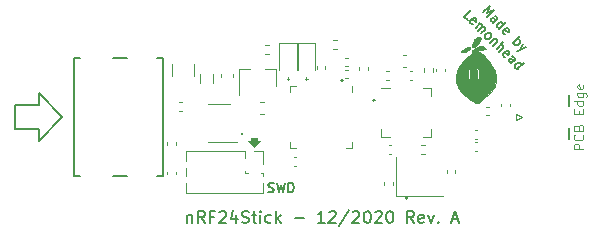
<source format=gbr>
%TF.GenerationSoftware,KiCad,Pcbnew,(5.1.8)-1*%
%TF.CreationDate,2020-12-12T20:42:25+01:00*%
%TF.ProjectId,NRF24Stick,4e524632-3453-4746-9963-6b2e6b696361,rev?*%
%TF.SameCoordinates,Original*%
%TF.FileFunction,Legend,Top*%
%TF.FilePolarity,Positive*%
%FSLAX46Y46*%
G04 Gerber Fmt 4.6, Leading zero omitted, Abs format (unit mm)*
G04 Created by KiCad (PCBNEW (5.1.8)-1) date 2020-12-12 20:42:25*
%MOMM*%
%LPD*%
G01*
G04 APERTURE LIST*
%ADD10C,0.150000*%
%ADD11C,0.100000*%
%ADD12C,0.120000*%
%ADD13C,0.010000*%
G04 APERTURE END LIST*
D10*
X118571428Y-123785714D02*
X118571428Y-124452380D01*
X118571428Y-123880952D02*
X118619047Y-123833333D01*
X118714285Y-123785714D01*
X118857142Y-123785714D01*
X118952380Y-123833333D01*
X119000000Y-123928571D01*
X119000000Y-124452380D01*
X120047619Y-124452380D02*
X119714285Y-123976190D01*
X119476190Y-124452380D02*
X119476190Y-123452380D01*
X119857142Y-123452380D01*
X119952380Y-123500000D01*
X120000000Y-123547619D01*
X120047619Y-123642857D01*
X120047619Y-123785714D01*
X120000000Y-123880952D01*
X119952380Y-123928571D01*
X119857142Y-123976190D01*
X119476190Y-123976190D01*
X120809523Y-123928571D02*
X120476190Y-123928571D01*
X120476190Y-124452380D02*
X120476190Y-123452380D01*
X120952380Y-123452380D01*
X121285714Y-123547619D02*
X121333333Y-123500000D01*
X121428571Y-123452380D01*
X121666666Y-123452380D01*
X121761904Y-123500000D01*
X121809523Y-123547619D01*
X121857142Y-123642857D01*
X121857142Y-123738095D01*
X121809523Y-123880952D01*
X121238095Y-124452380D01*
X121857142Y-124452380D01*
X122714285Y-123785714D02*
X122714285Y-124452380D01*
X122476190Y-123404761D02*
X122238095Y-124119047D01*
X122857142Y-124119047D01*
X123190476Y-124404761D02*
X123333333Y-124452380D01*
X123571428Y-124452380D01*
X123666666Y-124404761D01*
X123714285Y-124357142D01*
X123761904Y-124261904D01*
X123761904Y-124166666D01*
X123714285Y-124071428D01*
X123666666Y-124023809D01*
X123571428Y-123976190D01*
X123380952Y-123928571D01*
X123285714Y-123880952D01*
X123238095Y-123833333D01*
X123190476Y-123738095D01*
X123190476Y-123642857D01*
X123238095Y-123547619D01*
X123285714Y-123500000D01*
X123380952Y-123452380D01*
X123619047Y-123452380D01*
X123761904Y-123500000D01*
X124047619Y-123785714D02*
X124428571Y-123785714D01*
X124190476Y-123452380D02*
X124190476Y-124309523D01*
X124238095Y-124404761D01*
X124333333Y-124452380D01*
X124428571Y-124452380D01*
X124761904Y-124452380D02*
X124761904Y-123785714D01*
X124761904Y-123452380D02*
X124714285Y-123500000D01*
X124761904Y-123547619D01*
X124809523Y-123500000D01*
X124761904Y-123452380D01*
X124761904Y-123547619D01*
X125666666Y-124404761D02*
X125571428Y-124452380D01*
X125380952Y-124452380D01*
X125285714Y-124404761D01*
X125238095Y-124357142D01*
X125190476Y-124261904D01*
X125190476Y-123976190D01*
X125238095Y-123880952D01*
X125285714Y-123833333D01*
X125380952Y-123785714D01*
X125571428Y-123785714D01*
X125666666Y-123833333D01*
X126095238Y-124452380D02*
X126095238Y-123452380D01*
X126190476Y-124071428D02*
X126476190Y-124452380D01*
X126476190Y-123785714D02*
X126095238Y-124166666D01*
X127666666Y-124071428D02*
X128428571Y-124071428D01*
X130190476Y-124452380D02*
X129619047Y-124452380D01*
X129904761Y-124452380D02*
X129904761Y-123452380D01*
X129809523Y-123595238D01*
X129714285Y-123690476D01*
X129619047Y-123738095D01*
X130571428Y-123547619D02*
X130619047Y-123500000D01*
X130714285Y-123452380D01*
X130952380Y-123452380D01*
X131047619Y-123500000D01*
X131095238Y-123547619D01*
X131142857Y-123642857D01*
X131142857Y-123738095D01*
X131095238Y-123880952D01*
X130523809Y-124452380D01*
X131142857Y-124452380D01*
X132285714Y-123404761D02*
X131428571Y-124690476D01*
X132571428Y-123547619D02*
X132619047Y-123500000D01*
X132714285Y-123452380D01*
X132952380Y-123452380D01*
X133047619Y-123500000D01*
X133095238Y-123547619D01*
X133142857Y-123642857D01*
X133142857Y-123738095D01*
X133095238Y-123880952D01*
X132523809Y-124452380D01*
X133142857Y-124452380D01*
X133761904Y-123452380D02*
X133857142Y-123452380D01*
X133952380Y-123500000D01*
X133999999Y-123547619D01*
X134047619Y-123642857D01*
X134095238Y-123833333D01*
X134095238Y-124071428D01*
X134047619Y-124261904D01*
X133999999Y-124357142D01*
X133952380Y-124404761D01*
X133857142Y-124452380D01*
X133761904Y-124452380D01*
X133666666Y-124404761D01*
X133619047Y-124357142D01*
X133571428Y-124261904D01*
X133523809Y-124071428D01*
X133523809Y-123833333D01*
X133571428Y-123642857D01*
X133619047Y-123547619D01*
X133666666Y-123500000D01*
X133761904Y-123452380D01*
X134476190Y-123547619D02*
X134523809Y-123500000D01*
X134619047Y-123452380D01*
X134857142Y-123452380D01*
X134952380Y-123500000D01*
X135000000Y-123547619D01*
X135047619Y-123642857D01*
X135047619Y-123738095D01*
X135000000Y-123880952D01*
X134428571Y-124452380D01*
X135047619Y-124452380D01*
X135666666Y-123452380D02*
X135761904Y-123452380D01*
X135857142Y-123500000D01*
X135904761Y-123547619D01*
X135952380Y-123642857D01*
X136000000Y-123833333D01*
X136000000Y-124071428D01*
X135952380Y-124261904D01*
X135904761Y-124357142D01*
X135857142Y-124404761D01*
X135761904Y-124452380D01*
X135666666Y-124452380D01*
X135571428Y-124404761D01*
X135523809Y-124357142D01*
X135476190Y-124261904D01*
X135428571Y-124071428D01*
X135428571Y-123833333D01*
X135476190Y-123642857D01*
X135523809Y-123547619D01*
X135571428Y-123500000D01*
X135666666Y-123452380D01*
X137761904Y-124452380D02*
X137428571Y-123976190D01*
X137190476Y-124452380D02*
X137190476Y-123452380D01*
X137571428Y-123452380D01*
X137666666Y-123500000D01*
X137714285Y-123547619D01*
X137761904Y-123642857D01*
X137761904Y-123785714D01*
X137714285Y-123880952D01*
X137666666Y-123928571D01*
X137571428Y-123976190D01*
X137190476Y-123976190D01*
X138571428Y-124404761D02*
X138476190Y-124452380D01*
X138285714Y-124452380D01*
X138190476Y-124404761D01*
X138142857Y-124309523D01*
X138142857Y-123928571D01*
X138190476Y-123833333D01*
X138285714Y-123785714D01*
X138476190Y-123785714D01*
X138571428Y-123833333D01*
X138619047Y-123928571D01*
X138619047Y-124023809D01*
X138142857Y-124119047D01*
X138952380Y-123785714D02*
X139190476Y-124452380D01*
X139428571Y-123785714D01*
X139809523Y-124357142D02*
X139857142Y-124404761D01*
X139809523Y-124452380D01*
X139761904Y-124404761D01*
X139809523Y-124357142D01*
X139809523Y-124452380D01*
X141000000Y-124166666D02*
X141476190Y-124166666D01*
X140904761Y-124452380D02*
X141238095Y-123452380D01*
X141571428Y-124452380D01*
X143591678Y-106648895D02*
X144157364Y-106083210D01*
X143941865Y-106675832D01*
X144534487Y-106460333D01*
X143968802Y-107026019D01*
X144480613Y-107537829D02*
X144776924Y-107241518D01*
X144803861Y-107160706D01*
X144776924Y-107079893D01*
X144669174Y-106972144D01*
X144588362Y-106945206D01*
X144507550Y-107510892D02*
X144426738Y-107483954D01*
X144292051Y-107349267D01*
X144265113Y-107268455D01*
X144292051Y-107187643D01*
X144345926Y-107133768D01*
X144426738Y-107106831D01*
X144507550Y-107133768D01*
X144642237Y-107268455D01*
X144723049Y-107295393D01*
X144992423Y-108049640D02*
X145558109Y-107483954D01*
X145019361Y-108022703D02*
X144938548Y-107995765D01*
X144830799Y-107888015D01*
X144803861Y-107807203D01*
X144803861Y-107753328D01*
X144830799Y-107672516D01*
X144992423Y-107510892D01*
X145073235Y-107483954D01*
X145127110Y-107483954D01*
X145207922Y-107510892D01*
X145315672Y-107618641D01*
X145342609Y-107699454D01*
X145504234Y-108507576D02*
X145423422Y-108480638D01*
X145315672Y-108372889D01*
X145288735Y-108292077D01*
X145315672Y-108211264D01*
X145531171Y-107995765D01*
X145611984Y-107968828D01*
X145692796Y-107995765D01*
X145800545Y-108103515D01*
X145827483Y-108184327D01*
X145800545Y-108265139D01*
X145746671Y-108319014D01*
X145423422Y-108103515D01*
X146177669Y-109234886D02*
X146743354Y-108669200D01*
X146527855Y-108884699D02*
X146608667Y-108911637D01*
X146716417Y-109019386D01*
X146743354Y-109100199D01*
X146743354Y-109154073D01*
X146716417Y-109234886D01*
X146554793Y-109396510D01*
X146473980Y-109423447D01*
X146420106Y-109423447D01*
X146339293Y-109396510D01*
X146231544Y-109288760D01*
X146204606Y-109207948D01*
X147012728Y-109315698D02*
X146770292Y-109827508D01*
X147282102Y-109585072D02*
X146770292Y-109827508D01*
X146581730Y-109908321D01*
X146527855Y-109908321D01*
X146447043Y-109881383D01*
X142300367Y-107266772D02*
X142030993Y-106997398D01*
X142596678Y-106431712D01*
X142731365Y-107643895D02*
X142650553Y-107616958D01*
X142542804Y-107509208D01*
X142515866Y-107428396D01*
X142542804Y-107347584D01*
X142758303Y-107132085D01*
X142839115Y-107105147D01*
X142919927Y-107132085D01*
X143027677Y-107239834D01*
X143054614Y-107320646D01*
X143027677Y-107401459D01*
X142973802Y-107455333D01*
X142650553Y-107239834D01*
X142973802Y-107940207D02*
X143350926Y-107563083D01*
X143297051Y-107616958D02*
X143350926Y-107616958D01*
X143431738Y-107643895D01*
X143512550Y-107724707D01*
X143539487Y-107805520D01*
X143512550Y-107886332D01*
X143216239Y-108182643D01*
X143512550Y-107886332D02*
X143593362Y-107859394D01*
X143674174Y-107886332D01*
X143754987Y-107967144D01*
X143781924Y-108047956D01*
X143754987Y-108128768D01*
X143458675Y-108425080D01*
X143808861Y-108775266D02*
X143781924Y-108694454D01*
X143781924Y-108640579D01*
X143808861Y-108559767D01*
X143970486Y-108398142D01*
X144051298Y-108371205D01*
X144105173Y-108371205D01*
X144185985Y-108398142D01*
X144266797Y-108478955D01*
X144293735Y-108559767D01*
X144293735Y-108613642D01*
X144266797Y-108694454D01*
X144105173Y-108856078D01*
X144024361Y-108883016D01*
X143970486Y-108883016D01*
X143889674Y-108856078D01*
X143808861Y-108775266D01*
X144616983Y-108829141D02*
X144239860Y-109206264D01*
X144563109Y-108883016D02*
X144616983Y-108883016D01*
X144697796Y-108909953D01*
X144778608Y-108990765D01*
X144805545Y-109071577D01*
X144778608Y-109152390D01*
X144482296Y-109448701D01*
X144751670Y-109718075D02*
X145317356Y-109152390D01*
X144994107Y-109960512D02*
X145290418Y-109664200D01*
X145317356Y-109583388D01*
X145290418Y-109502576D01*
X145209606Y-109421764D01*
X145128794Y-109394826D01*
X145074919Y-109394826D01*
X145505918Y-110418447D02*
X145425105Y-110391510D01*
X145317356Y-110283760D01*
X145290418Y-110202948D01*
X145317356Y-110122136D01*
X145532855Y-109906637D01*
X145613667Y-109879699D01*
X145694479Y-109906637D01*
X145802229Y-110014386D01*
X145829166Y-110095199D01*
X145802229Y-110176011D01*
X145748354Y-110229886D01*
X145425105Y-110014386D01*
X145990791Y-110957195D02*
X146287102Y-110660884D01*
X146314040Y-110580072D01*
X146287102Y-110499260D01*
X146179353Y-110391510D01*
X146098540Y-110364573D01*
X146017728Y-110930258D02*
X145936916Y-110903321D01*
X145802229Y-110768634D01*
X145775292Y-110687821D01*
X145802229Y-110607009D01*
X145856104Y-110553134D01*
X145936916Y-110526197D01*
X146017728Y-110553134D01*
X146152415Y-110687821D01*
X146233227Y-110714759D01*
X146502601Y-111469006D02*
X147068287Y-110903321D01*
X146529539Y-111442069D02*
X146448727Y-111415131D01*
X146340977Y-111307382D01*
X146314040Y-111226569D01*
X146314040Y-111172695D01*
X146340977Y-111091882D01*
X146502601Y-110930258D01*
X146583414Y-110903321D01*
X146637288Y-110903321D01*
X146718101Y-110930258D01*
X146825850Y-111038008D01*
X146852788Y-111118820D01*
X125414285Y-121823809D02*
X125528571Y-121861904D01*
X125719047Y-121861904D01*
X125795238Y-121823809D01*
X125833333Y-121785714D01*
X125871428Y-121709523D01*
X125871428Y-121633333D01*
X125833333Y-121557142D01*
X125795238Y-121519047D01*
X125719047Y-121480952D01*
X125566666Y-121442857D01*
X125490476Y-121404761D01*
X125452380Y-121366666D01*
X125414285Y-121290476D01*
X125414285Y-121214285D01*
X125452380Y-121138095D01*
X125490476Y-121100000D01*
X125566666Y-121061904D01*
X125757142Y-121061904D01*
X125871428Y-121100000D01*
X126138095Y-121061904D02*
X126328571Y-121861904D01*
X126480952Y-121290476D01*
X126633333Y-121861904D01*
X126823809Y-121061904D01*
X127128571Y-121861904D02*
X127128571Y-121061904D01*
X127319047Y-121061904D01*
X127433333Y-121100000D01*
X127509523Y-121176190D01*
X127547619Y-121252380D01*
X127585714Y-121404761D01*
X127585714Y-121519047D01*
X127547619Y-121671428D01*
X127509523Y-121747619D01*
X127433333Y-121823809D01*
X127319047Y-121861904D01*
X127128571Y-121861904D01*
D11*
G36*
X124500000Y-117500000D02*
G01*
X124750000Y-117500000D01*
X124250000Y-118000000D01*
X123750000Y-117500000D01*
X124000000Y-117500000D01*
X124000000Y-117250000D01*
X124500000Y-117250000D01*
X124500000Y-117500000D01*
G37*
X124500000Y-117500000D02*
X124750000Y-117500000D01*
X124250000Y-118000000D01*
X123750000Y-117500000D01*
X124000000Y-117500000D01*
X124000000Y-117250000D01*
X124500000Y-117250000D01*
X124500000Y-117500000D01*
D12*
X128550000Y-112250000D02*
X128750000Y-112250000D01*
X128650000Y-112150000D02*
X128650000Y-112350000D01*
X127000000Y-112250000D02*
X127200000Y-112250000D01*
X127100000Y-112150000D02*
X127100000Y-112350000D01*
D10*
X137220711Y-122350000D02*
G75*
G03*
X137220711Y-122350000I-70711J0D01*
G01*
X123270711Y-116950000D02*
G75*
G03*
X123270711Y-116950000I-70711J0D01*
G01*
X134420711Y-114100000D02*
G75*
G03*
X134420711Y-114100000I-70711J0D01*
G01*
X131720711Y-112400000D02*
G75*
G03*
X131720711Y-112400000I-70711J0D01*
G01*
D13*
%TO.C,G\u002A\u002A\u002A*%
G36*
X142808103Y-109846119D02*
G01*
X142940042Y-109902556D01*
X143091514Y-109925199D01*
X143256929Y-109968532D01*
X143454871Y-110089688D01*
X143672855Y-110275407D01*
X143898394Y-110512429D01*
X144119001Y-110787493D01*
X144322192Y-111087339D01*
X144495479Y-111398706D01*
X144513054Y-111434920D01*
X144605515Y-111636971D01*
X144661589Y-111794166D01*
X144690220Y-111947012D01*
X144700349Y-112136011D01*
X144701262Y-112287400D01*
X144691582Y-112539371D01*
X144656791Y-112754599D01*
X144587289Y-112949594D01*
X144473475Y-113140864D01*
X144305749Y-113344918D01*
X144074511Y-113578265D01*
X143807970Y-113823548D01*
X143555022Y-114046417D01*
X143360190Y-114203235D01*
X143208905Y-114298935D01*
X143086596Y-114338453D01*
X142978693Y-114326724D01*
X142870626Y-114268684D01*
X142758846Y-114178899D01*
X142625180Y-114071211D01*
X142441012Y-113933839D01*
X142375599Y-113887600D01*
X143584200Y-113887600D01*
X143586522Y-113934486D01*
X143603603Y-113938400D01*
X143675418Y-113901328D01*
X143685800Y-113887600D01*
X143683477Y-113840713D01*
X143666396Y-113836800D01*
X143594581Y-113873871D01*
X143584200Y-113887600D01*
X142375599Y-113887600D01*
X142241025Y-113792474D01*
X142193036Y-113759799D01*
X142086590Y-113682805D01*
X143508000Y-113682805D01*
X143545236Y-113710756D01*
X143584200Y-113702770D01*
X143651040Y-113666713D01*
X143660400Y-113653564D01*
X143618917Y-113635806D01*
X143584200Y-113633600D01*
X143812800Y-113633600D01*
X143831386Y-113675414D01*
X143846666Y-113667466D01*
X143852746Y-113607178D01*
X143846666Y-113599733D01*
X143816466Y-113606706D01*
X143812800Y-113633600D01*
X143584200Y-113633600D01*
X143516584Y-113660185D01*
X143508000Y-113682805D01*
X142086590Y-113682805D01*
X141941652Y-113577970D01*
X141808290Y-113455800D01*
X144016000Y-113455800D01*
X144041400Y-113481200D01*
X144066800Y-113455800D01*
X144041400Y-113430400D01*
X144016000Y-113455800D01*
X141808290Y-113455800D01*
X141758103Y-113409826D01*
X141747892Y-113396533D01*
X143728133Y-113396533D01*
X143735106Y-113426733D01*
X143762000Y-113430400D01*
X143803814Y-113411813D01*
X143795866Y-113396533D01*
X143735578Y-113390453D01*
X143728133Y-113396533D01*
X141747892Y-113396533D01*
X141622413Y-113233196D01*
X143965200Y-113233196D01*
X143996499Y-113260738D01*
X144016000Y-113252600D01*
X144064903Y-113185304D01*
X144066800Y-113170403D01*
X144035500Y-113142861D01*
X144016000Y-113151000D01*
X143967096Y-113218295D01*
X143965200Y-113233196D01*
X141622413Y-113233196D01*
X141617704Y-113227067D01*
X141495773Y-113001395D01*
X141456648Y-112915548D01*
X141336399Y-112583157D01*
X141290963Y-112282309D01*
X141316748Y-111979929D01*
X141342640Y-111864855D01*
X141379403Y-111730832D01*
X142192085Y-111730832D01*
X142192386Y-111737960D01*
X142207906Y-111759463D01*
X142240374Y-111694894D01*
X142250534Y-111665100D01*
X142301900Y-111537782D01*
X142341085Y-111509047D01*
X142366477Y-111576431D01*
X142376464Y-111737468D01*
X142375087Y-111855581D01*
X142360554Y-112052980D01*
X142332834Y-112165874D01*
X142295493Y-112189301D01*
X142252094Y-112118300D01*
X142231764Y-112055033D01*
X142206337Y-111976647D01*
X142195234Y-111992927D01*
X142192263Y-112035940D01*
X142226399Y-112169181D01*
X142326485Y-112244856D01*
X142415206Y-112251246D01*
X142474928Y-112227676D01*
X142509152Y-112162297D01*
X142527301Y-112030593D01*
X142532595Y-111945823D01*
X142530290Y-111851548D01*
X142849686Y-111851548D01*
X142869067Y-111939517D01*
X142896805Y-111957200D01*
X142925156Y-111920127D01*
X142917574Y-111883095D01*
X142914160Y-111797528D01*
X142937414Y-111673415D01*
X142976185Y-111549629D01*
X143019320Y-111465044D01*
X143042039Y-111449265D01*
X143058370Y-111495951D01*
X143070449Y-111619381D01*
X143076051Y-111794722D01*
X143076200Y-111830270D01*
X143072120Y-112046593D01*
X143058033Y-112167956D01*
X143031166Y-112200743D01*
X142988747Y-112151338D01*
X142960401Y-112096900D01*
X142919361Y-112028031D01*
X142902940Y-112051269D01*
X142901838Y-112067871D01*
X142929474Y-112157508D01*
X142995993Y-112253171D01*
X143068144Y-112309945D01*
X143083168Y-112312800D01*
X143142911Y-112291592D01*
X143206539Y-112260212D01*
X143270252Y-112199916D01*
X143299577Y-112089656D01*
X143304800Y-111962993D01*
X143286833Y-111721796D01*
X143238711Y-111536735D01*
X143169105Y-111416305D01*
X143086683Y-111369003D01*
X143000115Y-111403323D01*
X142918070Y-111527762D01*
X142901578Y-111567840D01*
X142860650Y-111717304D01*
X142849686Y-111851548D01*
X142530290Y-111851548D01*
X142526765Y-111707424D01*
X142483322Y-111541070D01*
X142405809Y-111457263D01*
X142364999Y-111449200D01*
X142281988Y-111493446D01*
X142216606Y-111600277D01*
X142192085Y-111730832D01*
X141379403Y-111730832D01*
X141409089Y-111622613D01*
X141477781Y-111426279D01*
X141561737Y-111255626D01*
X141673977Y-111090431D01*
X141827521Y-110910468D01*
X142035388Y-110695512D01*
X142166565Y-110566099D01*
X143576061Y-110566099D01*
X143584200Y-110585600D01*
X143651495Y-110634503D01*
X143666396Y-110636400D01*
X143692961Y-110606210D01*
X143777069Y-110606210D01*
X143812800Y-110636400D01*
X143893857Y-110682089D01*
X143904657Y-110664881D01*
X143889000Y-110636400D01*
X143814810Y-110588100D01*
X143797101Y-110586377D01*
X143777069Y-110606210D01*
X143692961Y-110606210D01*
X143693938Y-110605100D01*
X143685800Y-110585600D01*
X143618504Y-110536696D01*
X143603603Y-110534800D01*
X143576061Y-110566099D01*
X142166565Y-110566099D01*
X142199900Y-110533213D01*
X142410648Y-110322762D01*
X142421149Y-110311389D01*
X143276875Y-110311389D01*
X143304800Y-110357000D01*
X143381291Y-110421033D01*
X143418840Y-110433200D01*
X143434324Y-110402610D01*
X143406400Y-110357000D01*
X143344453Y-110305142D01*
X143485875Y-110305142D01*
X143503124Y-110354813D01*
X143520963Y-110384279D01*
X143580256Y-110469064D01*
X143605411Y-110467957D01*
X143609600Y-110413235D01*
X143568655Y-110334643D01*
X143534143Y-110313514D01*
X143485875Y-110305142D01*
X143344453Y-110305142D01*
X143329908Y-110292966D01*
X143292359Y-110280800D01*
X143276875Y-110311389D01*
X142421149Y-110311389D01*
X142555191Y-110166221D01*
X142582481Y-110130618D01*
X143227228Y-110130618D01*
X143243951Y-110168898D01*
X143301801Y-110179200D01*
X143386104Y-110171018D01*
X143406400Y-110159235D01*
X143366323Y-110120787D01*
X143286523Y-110107803D01*
X143227643Y-110129967D01*
X143227228Y-110130618D01*
X142582481Y-110130618D01*
X142643802Y-110050619D01*
X142686760Y-109962984D01*
X142695200Y-109908033D01*
X142701384Y-109811350D01*
X142738030Y-109801330D01*
X142808103Y-109846119D01*
G37*
X142808103Y-109846119D02*
X142940042Y-109902556D01*
X143091514Y-109925199D01*
X143256929Y-109968532D01*
X143454871Y-110089688D01*
X143672855Y-110275407D01*
X143898394Y-110512429D01*
X144119001Y-110787493D01*
X144322192Y-111087339D01*
X144495479Y-111398706D01*
X144513054Y-111434920D01*
X144605515Y-111636971D01*
X144661589Y-111794166D01*
X144690220Y-111947012D01*
X144700349Y-112136011D01*
X144701262Y-112287400D01*
X144691582Y-112539371D01*
X144656791Y-112754599D01*
X144587289Y-112949594D01*
X144473475Y-113140864D01*
X144305749Y-113344918D01*
X144074511Y-113578265D01*
X143807970Y-113823548D01*
X143555022Y-114046417D01*
X143360190Y-114203235D01*
X143208905Y-114298935D01*
X143086596Y-114338453D01*
X142978693Y-114326724D01*
X142870626Y-114268684D01*
X142758846Y-114178899D01*
X142625180Y-114071211D01*
X142441012Y-113933839D01*
X142375599Y-113887600D01*
X143584200Y-113887600D01*
X143586522Y-113934486D01*
X143603603Y-113938400D01*
X143675418Y-113901328D01*
X143685800Y-113887600D01*
X143683477Y-113840713D01*
X143666396Y-113836800D01*
X143594581Y-113873871D01*
X143584200Y-113887600D01*
X142375599Y-113887600D01*
X142241025Y-113792474D01*
X142193036Y-113759799D01*
X142086590Y-113682805D01*
X143508000Y-113682805D01*
X143545236Y-113710756D01*
X143584200Y-113702770D01*
X143651040Y-113666713D01*
X143660400Y-113653564D01*
X143618917Y-113635806D01*
X143584200Y-113633600D01*
X143812800Y-113633600D01*
X143831386Y-113675414D01*
X143846666Y-113667466D01*
X143852746Y-113607178D01*
X143846666Y-113599733D01*
X143816466Y-113606706D01*
X143812800Y-113633600D01*
X143584200Y-113633600D01*
X143516584Y-113660185D01*
X143508000Y-113682805D01*
X142086590Y-113682805D01*
X141941652Y-113577970D01*
X141808290Y-113455800D01*
X144016000Y-113455800D01*
X144041400Y-113481200D01*
X144066800Y-113455800D01*
X144041400Y-113430400D01*
X144016000Y-113455800D01*
X141808290Y-113455800D01*
X141758103Y-113409826D01*
X141747892Y-113396533D01*
X143728133Y-113396533D01*
X143735106Y-113426733D01*
X143762000Y-113430400D01*
X143803814Y-113411813D01*
X143795866Y-113396533D01*
X143735578Y-113390453D01*
X143728133Y-113396533D01*
X141747892Y-113396533D01*
X141622413Y-113233196D01*
X143965200Y-113233196D01*
X143996499Y-113260738D01*
X144016000Y-113252600D01*
X144064903Y-113185304D01*
X144066800Y-113170403D01*
X144035500Y-113142861D01*
X144016000Y-113151000D01*
X143967096Y-113218295D01*
X143965200Y-113233196D01*
X141622413Y-113233196D01*
X141617704Y-113227067D01*
X141495773Y-113001395D01*
X141456648Y-112915548D01*
X141336399Y-112583157D01*
X141290963Y-112282309D01*
X141316748Y-111979929D01*
X141342640Y-111864855D01*
X141379403Y-111730832D01*
X142192085Y-111730832D01*
X142192386Y-111737960D01*
X142207906Y-111759463D01*
X142240374Y-111694894D01*
X142250534Y-111665100D01*
X142301900Y-111537782D01*
X142341085Y-111509047D01*
X142366477Y-111576431D01*
X142376464Y-111737468D01*
X142375087Y-111855581D01*
X142360554Y-112052980D01*
X142332834Y-112165874D01*
X142295493Y-112189301D01*
X142252094Y-112118300D01*
X142231764Y-112055033D01*
X142206337Y-111976647D01*
X142195234Y-111992927D01*
X142192263Y-112035940D01*
X142226399Y-112169181D01*
X142326485Y-112244856D01*
X142415206Y-112251246D01*
X142474928Y-112227676D01*
X142509152Y-112162297D01*
X142527301Y-112030593D01*
X142532595Y-111945823D01*
X142530290Y-111851548D01*
X142849686Y-111851548D01*
X142869067Y-111939517D01*
X142896805Y-111957200D01*
X142925156Y-111920127D01*
X142917574Y-111883095D01*
X142914160Y-111797528D01*
X142937414Y-111673415D01*
X142976185Y-111549629D01*
X143019320Y-111465044D01*
X143042039Y-111449265D01*
X143058370Y-111495951D01*
X143070449Y-111619381D01*
X143076051Y-111794722D01*
X143076200Y-111830270D01*
X143072120Y-112046593D01*
X143058033Y-112167956D01*
X143031166Y-112200743D01*
X142988747Y-112151338D01*
X142960401Y-112096900D01*
X142919361Y-112028031D01*
X142902940Y-112051269D01*
X142901838Y-112067871D01*
X142929474Y-112157508D01*
X142995993Y-112253171D01*
X143068144Y-112309945D01*
X143083168Y-112312800D01*
X143142911Y-112291592D01*
X143206539Y-112260212D01*
X143270252Y-112199916D01*
X143299577Y-112089656D01*
X143304800Y-111962993D01*
X143286833Y-111721796D01*
X143238711Y-111536735D01*
X143169105Y-111416305D01*
X143086683Y-111369003D01*
X143000115Y-111403323D01*
X142918070Y-111527762D01*
X142901578Y-111567840D01*
X142860650Y-111717304D01*
X142849686Y-111851548D01*
X142530290Y-111851548D01*
X142526765Y-111707424D01*
X142483322Y-111541070D01*
X142405809Y-111457263D01*
X142364999Y-111449200D01*
X142281988Y-111493446D01*
X142216606Y-111600277D01*
X142192085Y-111730832D01*
X141379403Y-111730832D01*
X141409089Y-111622613D01*
X141477781Y-111426279D01*
X141561737Y-111255626D01*
X141673977Y-111090431D01*
X141827521Y-110910468D01*
X142035388Y-110695512D01*
X142166565Y-110566099D01*
X143576061Y-110566099D01*
X143584200Y-110585600D01*
X143651495Y-110634503D01*
X143666396Y-110636400D01*
X143692961Y-110606210D01*
X143777069Y-110606210D01*
X143812800Y-110636400D01*
X143893857Y-110682089D01*
X143904657Y-110664881D01*
X143889000Y-110636400D01*
X143814810Y-110588100D01*
X143797101Y-110586377D01*
X143777069Y-110606210D01*
X143692961Y-110606210D01*
X143693938Y-110605100D01*
X143685800Y-110585600D01*
X143618504Y-110536696D01*
X143603603Y-110534800D01*
X143576061Y-110566099D01*
X142166565Y-110566099D01*
X142199900Y-110533213D01*
X142410648Y-110322762D01*
X142421149Y-110311389D01*
X143276875Y-110311389D01*
X143304800Y-110357000D01*
X143381291Y-110421033D01*
X143418840Y-110433200D01*
X143434324Y-110402610D01*
X143406400Y-110357000D01*
X143344453Y-110305142D01*
X143485875Y-110305142D01*
X143503124Y-110354813D01*
X143520963Y-110384279D01*
X143580256Y-110469064D01*
X143605411Y-110467957D01*
X143609600Y-110413235D01*
X143568655Y-110334643D01*
X143534143Y-110313514D01*
X143485875Y-110305142D01*
X143344453Y-110305142D01*
X143329908Y-110292966D01*
X143292359Y-110280800D01*
X143276875Y-110311389D01*
X142421149Y-110311389D01*
X142555191Y-110166221D01*
X142582481Y-110130618D01*
X143227228Y-110130618D01*
X143243951Y-110168898D01*
X143301801Y-110179200D01*
X143386104Y-110171018D01*
X143406400Y-110159235D01*
X143366323Y-110120787D01*
X143286523Y-110107803D01*
X143227643Y-110129967D01*
X143227228Y-110130618D01*
X142582481Y-110130618D01*
X142643802Y-110050619D01*
X142686760Y-109962984D01*
X142695200Y-109908033D01*
X142701384Y-109811350D01*
X142738030Y-109801330D01*
X142808103Y-109846119D01*
G36*
X142465694Y-109579782D02*
G01*
X142465318Y-109590397D01*
X142370622Y-109614867D01*
X142353572Y-109618923D01*
X142219318Y-109663911D01*
X142088661Y-109727697D01*
X141988864Y-109794009D01*
X141947190Y-109846574D01*
X141951540Y-109858874D01*
X142008653Y-109854268D01*
X142124759Y-109812649D01*
X142208756Y-109774660D01*
X142388921Y-109699255D01*
X142504146Y-109673757D01*
X142546788Y-109694133D01*
X142509206Y-109756352D01*
X142383759Y-109856382D01*
X142374962Y-109862358D01*
X142159889Y-109981131D01*
X141966918Y-110025733D01*
X141930653Y-110026800D01*
X141804326Y-110017382D01*
X141734719Y-109993891D01*
X141730000Y-109984855D01*
X141773018Y-109900853D01*
X141883179Y-109800134D01*
X142032137Y-109700689D01*
X142191547Y-109620515D01*
X142333066Y-109577605D01*
X142375912Y-109574799D01*
X142465694Y-109579782D01*
G37*
X142465694Y-109579782D02*
X142465318Y-109590397D01*
X142370622Y-109614867D01*
X142353572Y-109618923D01*
X142219318Y-109663911D01*
X142088661Y-109727697D01*
X141988864Y-109794009D01*
X141947190Y-109846574D01*
X141951540Y-109858874D01*
X142008653Y-109854268D01*
X142124759Y-109812649D01*
X142208756Y-109774660D01*
X142388921Y-109699255D01*
X142504146Y-109673757D01*
X142546788Y-109694133D01*
X142509206Y-109756352D01*
X142383759Y-109856382D01*
X142374962Y-109862358D01*
X142159889Y-109981131D01*
X141966918Y-110025733D01*
X141930653Y-110026800D01*
X141804326Y-110017382D01*
X141734719Y-109993891D01*
X141730000Y-109984855D01*
X141773018Y-109900853D01*
X141883179Y-109800134D01*
X142032137Y-109700689D01*
X142191547Y-109620515D01*
X142333066Y-109577605D01*
X142375912Y-109574799D01*
X142465694Y-109579782D01*
G36*
X143582826Y-109527688D02*
G01*
X143686630Y-109592278D01*
X143696680Y-109600257D01*
X143838200Y-109713833D01*
X143700488Y-109766703D01*
X143521438Y-109814715D01*
X143306427Y-109843935D01*
X143100069Y-109850527D01*
X142949200Y-109831326D01*
X142866060Y-109800682D01*
X142874124Y-109775604D01*
X142915254Y-109757761D01*
X143042987Y-109728441D01*
X143128156Y-109722000D01*
X143236045Y-109699826D01*
X143283745Y-109664168D01*
X143279234Y-109637333D01*
X143372533Y-109637333D01*
X143379506Y-109667533D01*
X143406400Y-109671200D01*
X143448214Y-109652613D01*
X143440266Y-109637333D01*
X143379978Y-109631253D01*
X143372533Y-109637333D01*
X143279234Y-109637333D01*
X143278136Y-109630804D01*
X143191459Y-109631434D01*
X143121643Y-109642721D01*
X143000611Y-109660138D01*
X142963485Y-109648755D01*
X142986092Y-109615400D01*
X143070572Y-109572007D01*
X143215262Y-109533378D01*
X143301772Y-109519188D01*
X143469337Y-109506362D01*
X143582826Y-109527688D01*
G37*
X143582826Y-109527688D02*
X143686630Y-109592278D01*
X143696680Y-109600257D01*
X143838200Y-109713833D01*
X143700488Y-109766703D01*
X143521438Y-109814715D01*
X143306427Y-109843935D01*
X143100069Y-109850527D01*
X142949200Y-109831326D01*
X142866060Y-109800682D01*
X142874124Y-109775604D01*
X142915254Y-109757761D01*
X143042987Y-109728441D01*
X143128156Y-109722000D01*
X143236045Y-109699826D01*
X143283745Y-109664168D01*
X143279234Y-109637333D01*
X143372533Y-109637333D01*
X143379506Y-109667533D01*
X143406400Y-109671200D01*
X143448214Y-109652613D01*
X143440266Y-109637333D01*
X143379978Y-109631253D01*
X143372533Y-109637333D01*
X143279234Y-109637333D01*
X143278136Y-109630804D01*
X143191459Y-109631434D01*
X143121643Y-109642721D01*
X143000611Y-109660138D01*
X142963485Y-109648755D01*
X142986092Y-109615400D01*
X143070572Y-109572007D01*
X143215262Y-109533378D01*
X143301772Y-109519188D01*
X143469337Y-109506362D01*
X143582826Y-109527688D01*
G36*
X143404255Y-108779616D02*
G01*
X143418413Y-108869455D01*
X143373093Y-109007433D01*
X143280813Y-109170004D01*
X143154091Y-109333616D01*
X143058593Y-109429900D01*
X142910132Y-109553286D01*
X142815022Y-109610298D01*
X142779168Y-109599613D01*
X142808476Y-109519908D01*
X142831893Y-109480700D01*
X142916289Y-109358101D01*
X143031565Y-109203617D01*
X143093183Y-109125100D01*
X143177964Y-109007801D01*
X143216939Y-108929390D01*
X143209042Y-108909200D01*
X143154453Y-108947847D01*
X143060597Y-109050417D01*
X142945385Y-109196847D01*
X142914620Y-109238963D01*
X142802383Y-109389821D01*
X142713715Y-109499365D01*
X142663716Y-109549251D01*
X142658609Y-109549942D01*
X142650254Y-109479356D01*
X142680599Y-109351405D01*
X142737840Y-109196887D01*
X142810174Y-109046595D01*
X142885796Y-108931324D01*
X142902967Y-108912447D01*
X143039886Y-108811368D01*
X143191611Y-108751424D01*
X143326023Y-108741125D01*
X143404255Y-108779616D01*
G37*
X143404255Y-108779616D02*
X143418413Y-108869455D01*
X143373093Y-109007433D01*
X143280813Y-109170004D01*
X143154091Y-109333616D01*
X143058593Y-109429900D01*
X142910132Y-109553286D01*
X142815022Y-109610298D01*
X142779168Y-109599613D01*
X142808476Y-109519908D01*
X142831893Y-109480700D01*
X142916289Y-109358101D01*
X143031565Y-109203617D01*
X143093183Y-109125100D01*
X143177964Y-109007801D01*
X143216939Y-108929390D01*
X143209042Y-108909200D01*
X143154453Y-108947847D01*
X143060597Y-109050417D01*
X142945385Y-109196847D01*
X142914620Y-109238963D01*
X142802383Y-109389821D01*
X142713715Y-109499365D01*
X142663716Y-109549251D01*
X142658609Y-109549942D01*
X142650254Y-109479356D01*
X142680599Y-109351405D01*
X142737840Y-109196887D01*
X142810174Y-109046595D01*
X142885796Y-108931324D01*
X142902967Y-108912447D01*
X143039886Y-108811368D01*
X143191611Y-108751424D01*
X143326023Y-108741125D01*
X143404255Y-108779616D01*
D12*
%TO.C,J3*%
X146390000Y-115750000D02*
X146890000Y-115500000D01*
X146390000Y-115250000D02*
X146390000Y-115750000D01*
X146890000Y-115500000D02*
X146390000Y-115250000D01*
D10*
X150850000Y-113600000D02*
X150850000Y-114600000D01*
X150850000Y-116400000D02*
X150850000Y-117400000D01*
%TO.C,J2*%
X106000000Y-117500000D02*
X108000000Y-115500000D01*
X106000000Y-116500000D02*
X106000000Y-117500000D01*
X104000000Y-116500000D02*
X106000000Y-116500000D01*
X104000000Y-114500000D02*
X104000000Y-116500000D01*
X106000000Y-114500000D02*
X104000000Y-114500000D01*
X106000000Y-113500000D02*
X106000000Y-114500000D01*
X108000000Y-115500000D02*
X106000000Y-113500000D01*
X108950000Y-110500000D02*
X109500000Y-110500000D01*
X108950000Y-120500000D02*
X109500000Y-120500000D01*
X116500000Y-120500000D02*
X116000000Y-120500000D01*
X116500000Y-110500000D02*
X116500000Y-120500000D01*
X116000000Y-110500000D02*
X116500000Y-110500000D01*
X112250000Y-120500000D02*
X113500000Y-120500000D01*
X112250000Y-110500000D02*
X113500000Y-110500000D01*
X108950000Y-110500000D02*
X108950000Y-120500000D01*
D12*
%TO.C,C6*%
X125040580Y-115210000D02*
X124759420Y-115210000D01*
X125040580Y-114190000D02*
X124759420Y-114190000D01*
%TO.C,R3*%
X133880000Y-111553641D02*
X133880000Y-111246359D01*
X133120000Y-111553641D02*
X133120000Y-111246359D01*
%TO.C,C1*%
X131942164Y-111210000D02*
X132157836Y-111210000D01*
X131942164Y-110490000D02*
X132157836Y-110490000D01*
%TO.C,C12*%
X135240000Y-121257836D02*
X135240000Y-121042164D01*
X135960000Y-121257836D02*
X135960000Y-121042164D01*
%TO.C,R7*%
X117630000Y-117903641D02*
X117630000Y-117596359D01*
X116870000Y-117903641D02*
X116870000Y-117596359D01*
%TO.C,R6*%
X118153641Y-114980000D02*
X117846359Y-114980000D01*
X118153641Y-114220000D02*
X117846359Y-114220000D01*
%TO.C,Y1*%
X136250000Y-122150000D02*
X140250000Y-122150000D01*
X136250000Y-118850000D02*
X136250000Y-122150000D01*
%TO.C,U4*%
X138505000Y-113010000D02*
X139230000Y-113010000D01*
X139230000Y-113010000D02*
X139230000Y-113735000D01*
X135735000Y-117230000D02*
X135010000Y-117230000D01*
X135010000Y-117230000D02*
X135010000Y-116505000D01*
X138505000Y-117230000D02*
X139230000Y-117230000D01*
X139230000Y-117230000D02*
X139230000Y-116505000D01*
X135735000Y-113010000D02*
X135010000Y-113010000D01*
%TO.C,U3*%
X132510000Y-117635000D02*
X132510000Y-118110000D01*
X132510000Y-118110000D02*
X132035000Y-118110000D01*
X127290000Y-113365000D02*
X127290000Y-112890000D01*
X127290000Y-112890000D02*
X127765000Y-112890000D01*
X127290000Y-117635000D02*
X127290000Y-118110000D01*
X127290000Y-118110000D02*
X127765000Y-118110000D01*
X132510000Y-113365000D02*
X132510000Y-112890000D01*
%TO.C,U2*%
X122150000Y-114390000D02*
X120350000Y-114390000D01*
X120350000Y-117610000D02*
X122800000Y-117610000D01*
%TO.C,U1*%
X126080000Y-111440000D02*
X125150000Y-111440000D01*
X122920000Y-111440000D02*
X123850000Y-111440000D01*
X122920000Y-111440000D02*
X122920000Y-113600000D01*
X126080000Y-111440000D02*
X126080000Y-112900000D01*
%TO.C,R5*%
X138653641Y-117870000D02*
X138346359Y-117870000D01*
X138653641Y-118630000D02*
X138346359Y-118630000D01*
%TO.C,R4*%
X139380000Y-111653641D02*
X139380000Y-111346359D01*
X138620000Y-111653641D02*
X138620000Y-111346359D01*
%TO.C,R2*%
X130946359Y-109780000D02*
X131253641Y-109780000D01*
X130946359Y-109020000D02*
X131253641Y-109020000D01*
%TO.C,R1*%
X125453641Y-110180000D02*
X125146359Y-110180000D01*
X125453641Y-109420000D02*
X125146359Y-109420000D01*
%TO.C,LD2*%
X129385000Y-111550000D02*
X129385000Y-109265000D01*
X129385000Y-109265000D02*
X127915000Y-109265000D01*
X127915000Y-109265000D02*
X127915000Y-111550000D01*
%TO.C,LD1*%
X127835000Y-111550000D02*
X127835000Y-109265000D01*
X127835000Y-109265000D02*
X126365000Y-109265000D01*
X126365000Y-109265000D02*
X126365000Y-111550000D01*
%TO.C,J1*%
X125010000Y-118370000D02*
X125010000Y-119500000D01*
X124250000Y-118370000D02*
X125010000Y-118370000D01*
X124945000Y-121077530D02*
X124945000Y-121900000D01*
X124945000Y-120260000D02*
X124945000Y-120462470D01*
X124813471Y-120260000D02*
X124945000Y-120260000D01*
X123543471Y-120260000D02*
X123686529Y-120260000D01*
X123490000Y-120063471D02*
X123490000Y-120206529D01*
X123490000Y-118370000D02*
X123490000Y-118936529D01*
X124945000Y-121900000D02*
X118475000Y-121900000D01*
X123490000Y-118370000D02*
X118475000Y-118370000D01*
X118475000Y-119807530D02*
X118475000Y-120462470D01*
X118475000Y-121077530D02*
X118475000Y-121900000D01*
X118475000Y-118370000D02*
X118475000Y-119192470D01*
%TO.C,FB1*%
X119640000Y-111850378D02*
X119640000Y-112649622D01*
X120760000Y-111850378D02*
X120760000Y-112649622D01*
%TO.C,F1*%
X117290000Y-111990455D02*
X117290000Y-111009545D01*
X119110000Y-111990455D02*
X119110000Y-111009545D01*
%TO.C,C18*%
X136809420Y-111260000D02*
X137090580Y-111260000D01*
X136809420Y-110240000D02*
X137090580Y-110240000D01*
%TO.C,C17*%
X145140000Y-114392164D02*
X145140000Y-114607836D01*
X145860000Y-114392164D02*
X145860000Y-114607836D01*
%TO.C,C16*%
X144107836Y-114640000D02*
X143892164Y-114640000D01*
X144107836Y-115360000D02*
X143892164Y-115360000D01*
%TO.C,C15*%
X142892164Y-118360000D02*
X143107836Y-118360000D01*
X142892164Y-117640000D02*
X143107836Y-117640000D01*
%TO.C,C14*%
X141260000Y-119992164D02*
X141260000Y-120207836D01*
X140540000Y-119992164D02*
X140540000Y-120207836D01*
%TO.C,C13*%
X142892164Y-117360000D02*
X143107836Y-117360000D01*
X142892164Y-116640000D02*
X143107836Y-116640000D01*
%TO.C,C11*%
X139640000Y-111392164D02*
X139640000Y-111607836D01*
X140360000Y-111392164D02*
X140360000Y-111607836D01*
%TO.C,C10*%
X135392164Y-112360000D02*
X135607836Y-112360000D01*
X135392164Y-111640000D02*
X135607836Y-111640000D01*
%TO.C,C9*%
X137607836Y-111640000D02*
X137392164Y-111640000D01*
X137607836Y-112360000D02*
X137392164Y-112360000D01*
%TO.C,C8*%
X135642164Y-118610000D02*
X135857836Y-118610000D01*
X135642164Y-117890000D02*
X135857836Y-117890000D01*
%TO.C,C7*%
X116890000Y-120142164D02*
X116890000Y-120357836D01*
X117610000Y-120142164D02*
X117610000Y-120357836D01*
%TO.C,C5*%
X122410000Y-111859420D02*
X122410000Y-112140580D01*
X121390000Y-111859420D02*
X121390000Y-112140580D01*
%TO.C,C4*%
X131942164Y-111490000D02*
X132157836Y-111490000D01*
X131942164Y-112210000D02*
X132157836Y-112210000D01*
%TO.C,C3*%
X127807836Y-119610000D02*
X127592164Y-119610000D01*
X127807836Y-118890000D02*
X127592164Y-118890000D01*
%TO.C,C2*%
X129540000Y-111407836D02*
X129540000Y-111192164D01*
X130260000Y-111407836D02*
X130260000Y-111192164D01*
%TO.C,J3*%
D11*
X152111904Y-118242857D02*
X151311904Y-118242857D01*
X151311904Y-117938095D01*
X151350000Y-117861904D01*
X151388095Y-117823809D01*
X151464285Y-117785714D01*
X151578571Y-117785714D01*
X151654761Y-117823809D01*
X151692857Y-117861904D01*
X151730952Y-117938095D01*
X151730952Y-118242857D01*
X152035714Y-116985714D02*
X152073809Y-117023809D01*
X152111904Y-117138095D01*
X152111904Y-117214285D01*
X152073809Y-117328571D01*
X151997619Y-117404761D01*
X151921428Y-117442857D01*
X151769047Y-117480952D01*
X151654761Y-117480952D01*
X151502380Y-117442857D01*
X151426190Y-117404761D01*
X151350000Y-117328571D01*
X151311904Y-117214285D01*
X151311904Y-117138095D01*
X151350000Y-117023809D01*
X151388095Y-116985714D01*
X151692857Y-116376190D02*
X151730952Y-116261904D01*
X151769047Y-116223809D01*
X151845238Y-116185714D01*
X151959523Y-116185714D01*
X152035714Y-116223809D01*
X152073809Y-116261904D01*
X152111904Y-116338095D01*
X152111904Y-116642857D01*
X151311904Y-116642857D01*
X151311904Y-116376190D01*
X151350000Y-116300000D01*
X151388095Y-116261904D01*
X151464285Y-116223809D01*
X151540476Y-116223809D01*
X151616666Y-116261904D01*
X151654761Y-116300000D01*
X151692857Y-116376190D01*
X151692857Y-116642857D01*
X151692857Y-115233333D02*
X151692857Y-114966666D01*
X152111904Y-114852380D02*
X152111904Y-115233333D01*
X151311904Y-115233333D01*
X151311904Y-114852380D01*
X152111904Y-114166666D02*
X151311904Y-114166666D01*
X152073809Y-114166666D02*
X152111904Y-114242857D01*
X152111904Y-114395238D01*
X152073809Y-114471428D01*
X152035714Y-114509523D01*
X151959523Y-114547619D01*
X151730952Y-114547619D01*
X151654761Y-114509523D01*
X151616666Y-114471428D01*
X151578571Y-114395238D01*
X151578571Y-114242857D01*
X151616666Y-114166666D01*
X151578571Y-113442857D02*
X152226190Y-113442857D01*
X152302380Y-113480952D01*
X152340476Y-113519047D01*
X152378571Y-113595238D01*
X152378571Y-113709523D01*
X152340476Y-113785714D01*
X152073809Y-113442857D02*
X152111904Y-113519047D01*
X152111904Y-113671428D01*
X152073809Y-113747619D01*
X152035714Y-113785714D01*
X151959523Y-113823809D01*
X151730952Y-113823809D01*
X151654761Y-113785714D01*
X151616666Y-113747619D01*
X151578571Y-113671428D01*
X151578571Y-113519047D01*
X151616666Y-113442857D01*
X152073809Y-112757142D02*
X152111904Y-112833333D01*
X152111904Y-112985714D01*
X152073809Y-113061904D01*
X151997619Y-113100000D01*
X151692857Y-113100000D01*
X151616666Y-113061904D01*
X151578571Y-112985714D01*
X151578571Y-112833333D01*
X151616666Y-112757142D01*
X151692857Y-112719047D01*
X151769047Y-112719047D01*
X151845238Y-113100000D01*
%TD*%
M02*

</source>
